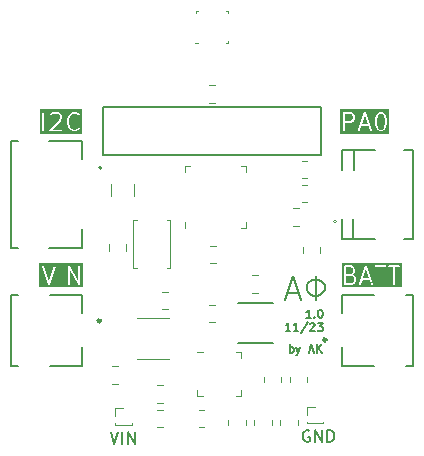
<source format=gbr>
%TF.GenerationSoftware,KiCad,Pcbnew,7.0.8*%
%TF.CreationDate,2023-11-19T15:13:28+01:00*%
%TF.ProjectId,AetherPhylax,41657468-6572-4506-9879-6c61782e6b69,rev?*%
%TF.SameCoordinates,Original*%
%TF.FileFunction,Legend,Top*%
%TF.FilePolarity,Positive*%
%FSLAX46Y46*%
G04 Gerber Fmt 4.6, Leading zero omitted, Abs format (unit mm)*
G04 Created by KiCad (PCBNEW 7.0.8) date 2023-11-19 15:13:28*
%MOMM*%
%LPD*%
G01*
G04 APERTURE LIST*
%ADD10C,0.150000*%
%ADD11C,0.120000*%
%ADD12C,0.100000*%
%ADD13C,0.127000*%
%ADD14C,0.300000*%
%ADD15C,0.200000*%
G04 APERTURE END LIST*
D10*
X159115350Y-88556533D02*
X159115350Y-87856533D01*
X159115350Y-88123200D02*
X159182017Y-88089866D01*
X159182017Y-88089866D02*
X159315350Y-88089866D01*
X159315350Y-88089866D02*
X159382017Y-88123200D01*
X159382017Y-88123200D02*
X159415350Y-88156533D01*
X159415350Y-88156533D02*
X159448684Y-88223200D01*
X159448684Y-88223200D02*
X159448684Y-88423200D01*
X159448684Y-88423200D02*
X159415350Y-88489866D01*
X159415350Y-88489866D02*
X159382017Y-88523200D01*
X159382017Y-88523200D02*
X159315350Y-88556533D01*
X159315350Y-88556533D02*
X159182017Y-88556533D01*
X159182017Y-88556533D02*
X159115350Y-88523200D01*
X159682017Y-88089866D02*
X159848683Y-88556533D01*
X160015350Y-88089866D02*
X159848683Y-88556533D01*
X159848683Y-88556533D02*
X159782017Y-88723200D01*
X159782017Y-88723200D02*
X159748683Y-88756533D01*
X159748683Y-88756533D02*
X159682017Y-88789866D01*
X160715349Y-88556533D02*
X160948683Y-87856533D01*
X160948683Y-87856533D02*
X161182016Y-88556533D01*
X161415349Y-88556533D02*
X161415349Y-87856533D01*
X161815349Y-88556533D02*
X161515349Y-88156533D01*
X161815349Y-87856533D02*
X161415349Y-88256533D01*
X143350000Y-67750000D02*
X161750000Y-67750000D01*
X161750000Y-71850000D01*
X143350000Y-71850000D01*
X143350000Y-67750000D01*
G36*
X167018542Y-68369196D02*
G01*
X167072759Y-68423412D01*
X167135061Y-68548017D01*
X167202255Y-68816791D01*
X167202255Y-69155465D01*
X167135061Y-69424238D01*
X167072758Y-69548844D01*
X167018542Y-69603060D01*
X166902407Y-69661128D01*
X166794960Y-69661128D01*
X166678824Y-69603060D01*
X166624607Y-69548843D01*
X166562304Y-69424237D01*
X166495112Y-69155466D01*
X166495112Y-68816790D01*
X166562304Y-68548018D01*
X166624607Y-68423412D01*
X166678824Y-68369196D01*
X166794960Y-68311128D01*
X166902407Y-68311128D01*
X167018542Y-68369196D01*
G37*
G36*
X165744627Y-69232557D02*
G01*
X165238455Y-69232557D01*
X165491541Y-68473298D01*
X165744627Y-69232557D01*
G37*
G36*
X164375685Y-68369196D02*
G01*
X164429902Y-68423412D01*
X164487969Y-68539546D01*
X164487969Y-68718423D01*
X164429901Y-68834558D01*
X164375685Y-68888774D01*
X164259550Y-68946842D01*
X163780826Y-68946842D01*
X163780826Y-68311128D01*
X164259550Y-68311128D01*
X164375685Y-68369196D01*
G37*
G36*
X167566541Y-70025414D02*
G01*
X163416540Y-70025414D01*
X163416540Y-69736128D01*
X163630826Y-69736128D01*
X163648373Y-69784337D01*
X163692802Y-69809989D01*
X163743326Y-69801080D01*
X163776303Y-69761780D01*
X163780826Y-69736128D01*
X163780826Y-69712411D01*
X164920390Y-69712411D01*
X164921791Y-69763695D01*
X164955828Y-69802080D01*
X165006577Y-69809605D01*
X165050289Y-69782750D01*
X165062692Y-69759845D01*
X165188455Y-69382557D01*
X165794627Y-69382557D01*
X165920390Y-69759845D01*
X165952281Y-69800031D01*
X166002542Y-69810317D01*
X166047656Y-69785888D01*
X166066513Y-69738177D01*
X166062692Y-69712411D01*
X165880122Y-69164700D01*
X166345112Y-69164700D01*
X166346297Y-69167957D01*
X166347351Y-69182890D01*
X166418779Y-69468604D01*
X166420767Y-69471548D01*
X166424458Y-69483955D01*
X166495887Y-69626812D01*
X166497076Y-69627937D01*
X166509936Y-69646304D01*
X166581365Y-69717733D01*
X166582846Y-69718423D01*
X166600857Y-69731782D01*
X166743714Y-69803210D01*
X166748167Y-69803722D01*
X166751603Y-69806605D01*
X166777255Y-69811128D01*
X166920112Y-69811128D01*
X166924325Y-69809594D01*
X166928686Y-69810636D01*
X166953653Y-69803210D01*
X167096510Y-69731782D01*
X167097635Y-69730592D01*
X167116002Y-69717733D01*
X167187431Y-69646304D01*
X167188121Y-69644822D01*
X167201480Y-69626812D01*
X167272908Y-69483955D01*
X167273314Y-69480426D01*
X167278587Y-69468604D01*
X167350016Y-69182891D01*
X167349655Y-69179442D01*
X167352255Y-69164700D01*
X167352255Y-68807557D01*
X167351069Y-68804299D01*
X167350016Y-68789366D01*
X167278587Y-68503652D01*
X167276598Y-68500708D01*
X167272908Y-68488301D01*
X167201480Y-68345444D01*
X167200292Y-68344319D01*
X167187431Y-68325952D01*
X167116002Y-68254524D01*
X167114520Y-68253833D01*
X167096510Y-68240475D01*
X166953653Y-68169046D01*
X166949199Y-68168533D01*
X166945764Y-68165651D01*
X166920112Y-68161128D01*
X166777255Y-68161128D01*
X166773041Y-68162661D01*
X166768680Y-68161620D01*
X166743714Y-68169046D01*
X166600857Y-68240475D01*
X166599733Y-68241661D01*
X166581365Y-68254524D01*
X166509936Y-68325952D01*
X166509244Y-68327433D01*
X166495887Y-68345444D01*
X166424458Y-68488301D01*
X166424051Y-68491829D01*
X166418779Y-68503652D01*
X166347351Y-68789367D01*
X166347711Y-68792815D01*
X166345112Y-68807557D01*
X166345112Y-69164700D01*
X165880122Y-69164700D01*
X165562692Y-68212411D01*
X165561349Y-68210719D01*
X165561291Y-68208561D01*
X165545541Y-68190799D01*
X165530801Y-68172225D01*
X165528687Y-68171792D01*
X165527254Y-68170176D01*
X165503775Y-68166694D01*
X165480540Y-68161939D01*
X165478641Y-68162966D01*
X165476505Y-68162650D01*
X165456277Y-68175077D01*
X165435426Y-68186368D01*
X165434632Y-68188374D01*
X165432793Y-68189505D01*
X165420390Y-68212411D01*
X164920390Y-69712411D01*
X163780826Y-69712411D01*
X163780826Y-69096842D01*
X164277255Y-69096842D01*
X164281468Y-69095308D01*
X164285829Y-69096350D01*
X164310796Y-69088924D01*
X164453653Y-69017496D01*
X164454778Y-69016306D01*
X164473145Y-69003447D01*
X164544574Y-68932018D01*
X164545264Y-68930536D01*
X164558623Y-68912526D01*
X164630051Y-68769669D01*
X164630563Y-68765215D01*
X164633446Y-68761780D01*
X164637969Y-68736128D01*
X164637969Y-68521842D01*
X164636435Y-68517629D01*
X164637478Y-68513268D01*
X164630051Y-68488301D01*
X164558623Y-68345444D01*
X164557435Y-68344319D01*
X164544574Y-68325952D01*
X164473145Y-68254524D01*
X164471663Y-68253833D01*
X164453653Y-68240475D01*
X164310796Y-68169046D01*
X164306342Y-68168533D01*
X164302907Y-68165651D01*
X164277255Y-68161128D01*
X163705826Y-68161128D01*
X163687517Y-68167791D01*
X163668326Y-68171176D01*
X163663975Y-68176360D01*
X163657617Y-68178675D01*
X163647874Y-68195548D01*
X163635349Y-68210476D01*
X163633631Y-68220218D01*
X163631965Y-68223104D01*
X163632543Y-68226386D01*
X163630826Y-68236128D01*
X163630826Y-69736128D01*
X163416540Y-69736128D01*
X163416540Y-67946842D01*
X167566541Y-67946842D01*
X167566541Y-70025414D01*
G37*
X160788095Y-95152438D02*
X160692857Y-95104819D01*
X160692857Y-95104819D02*
X160550000Y-95104819D01*
X160550000Y-95104819D02*
X160407143Y-95152438D01*
X160407143Y-95152438D02*
X160311905Y-95247676D01*
X160311905Y-95247676D02*
X160264286Y-95342914D01*
X160264286Y-95342914D02*
X160216667Y-95533390D01*
X160216667Y-95533390D02*
X160216667Y-95676247D01*
X160216667Y-95676247D02*
X160264286Y-95866723D01*
X160264286Y-95866723D02*
X160311905Y-95961961D01*
X160311905Y-95961961D02*
X160407143Y-96057200D01*
X160407143Y-96057200D02*
X160550000Y-96104819D01*
X160550000Y-96104819D02*
X160645238Y-96104819D01*
X160645238Y-96104819D02*
X160788095Y-96057200D01*
X160788095Y-96057200D02*
X160835714Y-96009580D01*
X160835714Y-96009580D02*
X160835714Y-95676247D01*
X160835714Y-95676247D02*
X160645238Y-95676247D01*
X161264286Y-96104819D02*
X161264286Y-95104819D01*
X161264286Y-95104819D02*
X161835714Y-96104819D01*
X161835714Y-96104819D02*
X161835714Y-95104819D01*
X162311905Y-96104819D02*
X162311905Y-95104819D01*
X162311905Y-95104819D02*
X162550000Y-95104819D01*
X162550000Y-95104819D02*
X162692857Y-95152438D01*
X162692857Y-95152438D02*
X162788095Y-95247676D01*
X162788095Y-95247676D02*
X162835714Y-95342914D01*
X162835714Y-95342914D02*
X162883333Y-95533390D01*
X162883333Y-95533390D02*
X162883333Y-95676247D01*
X162883333Y-95676247D02*
X162835714Y-95866723D01*
X162835714Y-95866723D02*
X162788095Y-95961961D01*
X162788095Y-95961961D02*
X162692857Y-96057200D01*
X162692857Y-96057200D02*
X162550000Y-96104819D01*
X162550000Y-96104819D02*
X162311905Y-96104819D01*
X143954762Y-95304819D02*
X144288095Y-96304819D01*
X144288095Y-96304819D02*
X144621428Y-95304819D01*
X144954762Y-96304819D02*
X144954762Y-95304819D01*
X145430952Y-96304819D02*
X145430952Y-95304819D01*
X145430952Y-95304819D02*
X146002380Y-96304819D01*
X146002380Y-96304819D02*
X146002380Y-95304819D01*
X160917982Y-85602533D02*
X160517982Y-85602533D01*
X160717982Y-85602533D02*
X160717982Y-84902533D01*
X160717982Y-84902533D02*
X160651315Y-85002533D01*
X160651315Y-85002533D02*
X160584649Y-85069200D01*
X160584649Y-85069200D02*
X160517982Y-85102533D01*
X161217982Y-85535866D02*
X161251316Y-85569200D01*
X161251316Y-85569200D02*
X161217982Y-85602533D01*
X161217982Y-85602533D02*
X161184649Y-85569200D01*
X161184649Y-85569200D02*
X161217982Y-85535866D01*
X161217982Y-85535866D02*
X161217982Y-85602533D01*
X161684649Y-84902533D02*
X161751315Y-84902533D01*
X161751315Y-84902533D02*
X161817982Y-84935866D01*
X161817982Y-84935866D02*
X161851315Y-84969200D01*
X161851315Y-84969200D02*
X161884649Y-85035866D01*
X161884649Y-85035866D02*
X161917982Y-85169200D01*
X161917982Y-85169200D02*
X161917982Y-85335866D01*
X161917982Y-85335866D02*
X161884649Y-85469200D01*
X161884649Y-85469200D02*
X161851315Y-85535866D01*
X161851315Y-85535866D02*
X161817982Y-85569200D01*
X161817982Y-85569200D02*
X161751315Y-85602533D01*
X161751315Y-85602533D02*
X161684649Y-85602533D01*
X161684649Y-85602533D02*
X161617982Y-85569200D01*
X161617982Y-85569200D02*
X161584649Y-85535866D01*
X161584649Y-85535866D02*
X161551315Y-85469200D01*
X161551315Y-85469200D02*
X161517982Y-85335866D01*
X161517982Y-85335866D02*
X161517982Y-85169200D01*
X161517982Y-85169200D02*
X161551315Y-85035866D01*
X161551315Y-85035866D02*
X161584649Y-84969200D01*
X161584649Y-84969200D02*
X161617982Y-84935866D01*
X161617982Y-84935866D02*
X161684649Y-84902533D01*
X159184648Y-86729533D02*
X158784648Y-86729533D01*
X158984648Y-86729533D02*
X158984648Y-86029533D01*
X158984648Y-86029533D02*
X158917981Y-86129533D01*
X158917981Y-86129533D02*
X158851315Y-86196200D01*
X158851315Y-86196200D02*
X158784648Y-86229533D01*
X159851315Y-86729533D02*
X159451315Y-86729533D01*
X159651315Y-86729533D02*
X159651315Y-86029533D01*
X159651315Y-86029533D02*
X159584648Y-86129533D01*
X159584648Y-86129533D02*
X159517982Y-86196200D01*
X159517982Y-86196200D02*
X159451315Y-86229533D01*
X160651315Y-85996200D02*
X160051315Y-86896200D01*
X160851315Y-86096200D02*
X160884648Y-86062866D01*
X160884648Y-86062866D02*
X160951315Y-86029533D01*
X160951315Y-86029533D02*
X161117982Y-86029533D01*
X161117982Y-86029533D02*
X161184648Y-86062866D01*
X161184648Y-86062866D02*
X161217982Y-86096200D01*
X161217982Y-86096200D02*
X161251315Y-86162866D01*
X161251315Y-86162866D02*
X161251315Y-86229533D01*
X161251315Y-86229533D02*
X161217982Y-86329533D01*
X161217982Y-86329533D02*
X160817982Y-86729533D01*
X160817982Y-86729533D02*
X161251315Y-86729533D01*
X161484649Y-86029533D02*
X161917982Y-86029533D01*
X161917982Y-86029533D02*
X161684649Y-86296200D01*
X161684649Y-86296200D02*
X161784649Y-86296200D01*
X161784649Y-86296200D02*
X161851315Y-86329533D01*
X161851315Y-86329533D02*
X161884649Y-86362866D01*
X161884649Y-86362866D02*
X161917982Y-86429533D01*
X161917982Y-86429533D02*
X161917982Y-86596200D01*
X161917982Y-86596200D02*
X161884649Y-86662866D01*
X161884649Y-86662866D02*
X161851315Y-86696200D01*
X161851315Y-86696200D02*
X161784649Y-86729533D01*
X161784649Y-86729533D02*
X161584649Y-86729533D01*
X161584649Y-86729533D02*
X161517982Y-86696200D01*
X161517982Y-86696200D02*
X161484649Y-86662866D01*
X158929636Y-83526009D02*
X159882017Y-83526009D01*
X158739160Y-84097438D02*
X159405826Y-82097438D01*
X159405826Y-82097438D02*
X160072493Y-84097438D01*
X161310589Y-84097438D02*
X161310589Y-82097438D01*
X161120112Y-82383152D02*
X161501065Y-82383152D01*
X161501065Y-82383152D02*
X161786779Y-82478390D01*
X161786779Y-82478390D02*
X161977255Y-82668866D01*
X161977255Y-82668866D02*
X162072493Y-82859342D01*
X162072493Y-82859342D02*
X162072493Y-83240295D01*
X162072493Y-83240295D02*
X161977255Y-83430771D01*
X161977255Y-83430771D02*
X161786779Y-83621247D01*
X161786779Y-83621247D02*
X161501065Y-83716485D01*
X161501065Y-83716485D02*
X161120112Y-83716485D01*
X161120112Y-83716485D02*
X160834398Y-83621247D01*
X160834398Y-83621247D02*
X160643922Y-83430771D01*
X160643922Y-83430771D02*
X160548684Y-83240295D01*
X160548684Y-83240295D02*
X160548684Y-82859342D01*
X160548684Y-82859342D02*
X160643922Y-82668866D01*
X160643922Y-82668866D02*
X160834398Y-82478390D01*
X160834398Y-82478390D02*
X161120112Y-82383152D01*
G36*
X164479598Y-82087394D02*
G01*
X164529901Y-82137697D01*
X164587969Y-82253832D01*
X164587969Y-82432709D01*
X164529901Y-82548844D01*
X164475685Y-82603060D01*
X164359550Y-82661128D01*
X163880826Y-82661128D01*
X163880826Y-82025414D01*
X164293656Y-82025414D01*
X164479598Y-82087394D01*
G37*
G36*
X164404257Y-81369196D02*
G01*
X164458473Y-81423412D01*
X164516541Y-81539547D01*
X164516541Y-81646994D01*
X164458473Y-81763129D01*
X164404257Y-81817346D01*
X164288121Y-81875414D01*
X163880826Y-81875414D01*
X163880826Y-81311128D01*
X164288121Y-81311128D01*
X164404257Y-81369196D01*
G37*
G36*
X165844627Y-82232557D02*
G01*
X165338455Y-82232557D01*
X165591541Y-81473298D01*
X165844627Y-82232557D01*
G37*
G36*
X168665402Y-83025414D02*
G01*
X163516540Y-83025414D01*
X163516540Y-82736128D01*
X163730826Y-82736128D01*
X163737489Y-82754436D01*
X163740874Y-82773628D01*
X163746058Y-82777978D01*
X163748373Y-82784337D01*
X163765246Y-82794079D01*
X163780174Y-82806605D01*
X163789916Y-82808322D01*
X163792802Y-82809989D01*
X163796084Y-82809410D01*
X163805826Y-82811128D01*
X164377255Y-82811128D01*
X164381468Y-82809594D01*
X164385829Y-82810636D01*
X164410796Y-82803210D01*
X164553653Y-82731782D01*
X164554778Y-82730592D01*
X164573145Y-82717733D01*
X164578467Y-82712411D01*
X165020390Y-82712411D01*
X165021791Y-82763695D01*
X165055828Y-82802080D01*
X165106577Y-82809605D01*
X165150289Y-82782750D01*
X165162692Y-82759845D01*
X165288455Y-82382557D01*
X165894627Y-82382557D01*
X166020390Y-82759845D01*
X166052281Y-82800031D01*
X166102542Y-82810317D01*
X166147656Y-82785888D01*
X166166513Y-82738177D01*
X166162692Y-82712411D01*
X165666256Y-81223104D01*
X166303394Y-81223104D01*
X166312303Y-81273628D01*
X166351603Y-81306605D01*
X166377255Y-81311128D01*
X166730826Y-81311128D01*
X166730826Y-82736128D01*
X166748373Y-82784337D01*
X166792802Y-82809989D01*
X166843326Y-82801080D01*
X166876303Y-82761780D01*
X166880826Y-82736128D01*
X166880826Y-81311128D01*
X167234398Y-81311128D01*
X167282607Y-81293581D01*
X167308259Y-81249152D01*
X167303666Y-81223104D01*
X167446251Y-81223104D01*
X167455160Y-81273628D01*
X167494460Y-81306605D01*
X167520112Y-81311128D01*
X167873683Y-81311128D01*
X167873683Y-82736128D01*
X167891230Y-82784337D01*
X167935659Y-82809989D01*
X167986183Y-82801080D01*
X168019160Y-82761780D01*
X168023683Y-82736128D01*
X168023683Y-81311128D01*
X168377255Y-81311128D01*
X168425464Y-81293581D01*
X168451116Y-81249152D01*
X168442207Y-81198628D01*
X168402907Y-81165651D01*
X168377255Y-81161128D01*
X167520112Y-81161128D01*
X167471903Y-81178675D01*
X167446251Y-81223104D01*
X167303666Y-81223104D01*
X167299350Y-81198628D01*
X167260050Y-81165651D01*
X167234398Y-81161128D01*
X166377255Y-81161128D01*
X166329046Y-81178675D01*
X166303394Y-81223104D01*
X165666256Y-81223104D01*
X165662692Y-81212411D01*
X165661349Y-81210719D01*
X165661291Y-81208561D01*
X165645541Y-81190799D01*
X165630801Y-81172225D01*
X165628687Y-81171792D01*
X165627254Y-81170176D01*
X165603775Y-81166694D01*
X165580540Y-81161939D01*
X165578641Y-81162966D01*
X165576505Y-81162650D01*
X165556277Y-81175077D01*
X165535426Y-81186368D01*
X165534632Y-81188374D01*
X165532793Y-81189505D01*
X165520390Y-81212411D01*
X165020390Y-82712411D01*
X164578467Y-82712411D01*
X164644574Y-82646304D01*
X164645264Y-82644822D01*
X164658623Y-82626812D01*
X164730051Y-82483955D01*
X164730563Y-82479501D01*
X164733446Y-82476066D01*
X164737969Y-82450414D01*
X164737969Y-82236128D01*
X164736435Y-82231915D01*
X164737478Y-82227554D01*
X164730051Y-82202587D01*
X164658623Y-82059730D01*
X164657436Y-82058606D01*
X164644574Y-82040238D01*
X164573145Y-81968809D01*
X164569081Y-81966914D01*
X164566734Y-81963093D01*
X164543829Y-81950691D01*
X164497231Y-81935158D01*
X164501717Y-81932018D01*
X164573145Y-81860590D01*
X164573837Y-81859104D01*
X164587194Y-81841098D01*
X164658623Y-81698241D01*
X164659135Y-81693787D01*
X164662018Y-81690352D01*
X164666541Y-81664700D01*
X164666541Y-81521842D01*
X164665007Y-81517628D01*
X164666049Y-81513267D01*
X164658623Y-81488301D01*
X164587194Y-81345444D01*
X164586004Y-81344318D01*
X164573145Y-81325952D01*
X164501717Y-81254524D01*
X164500235Y-81253833D01*
X164482225Y-81240475D01*
X164339367Y-81169046D01*
X164334913Y-81168533D01*
X164331478Y-81165651D01*
X164305826Y-81161128D01*
X163805826Y-81161128D01*
X163787517Y-81167791D01*
X163768326Y-81171176D01*
X163763975Y-81176360D01*
X163757617Y-81178675D01*
X163747874Y-81195548D01*
X163735349Y-81210476D01*
X163733631Y-81220218D01*
X163731965Y-81223104D01*
X163732543Y-81226386D01*
X163730826Y-81236128D01*
X163730826Y-82736128D01*
X163516540Y-82736128D01*
X163516540Y-80946842D01*
X168665402Y-80946842D01*
X168665402Y-83025414D01*
G37*
G36*
X141554601Y-70025414D02*
G01*
X137976315Y-70025414D01*
X137976315Y-69736128D01*
X138190601Y-69736128D01*
X138208148Y-69784337D01*
X138252577Y-69809989D01*
X138303101Y-69801080D01*
X138336078Y-69761780D01*
X138340601Y-69736128D01*
X138340601Y-69729592D01*
X138762316Y-69729592D01*
X138768157Y-69751394D01*
X138772078Y-69773628D01*
X138774705Y-69775832D01*
X138775593Y-69779146D01*
X138794084Y-69792094D01*
X138811378Y-69806605D01*
X138815962Y-69807413D01*
X138817619Y-69808573D01*
X138820907Y-69808285D01*
X138837030Y-69811128D01*
X139765602Y-69811128D01*
X139813811Y-69793581D01*
X139839463Y-69749152D01*
X139830554Y-69698628D01*
X139791254Y-69665651D01*
X139765602Y-69661128D01*
X139018096Y-69661128D01*
X139585953Y-69093271D01*
X140262030Y-69093271D01*
X140263215Y-69096528D01*
X140264269Y-69111461D01*
X140335697Y-69397175D01*
X140337685Y-69400119D01*
X140341376Y-69412526D01*
X140412805Y-69555383D01*
X140413991Y-69556506D01*
X140426854Y-69574875D01*
X140569711Y-69717733D01*
X140573774Y-69719627D01*
X140576122Y-69723449D01*
X140599027Y-69735851D01*
X140813313Y-69807279D01*
X140814947Y-69807234D01*
X140837030Y-69811128D01*
X140979887Y-69811128D01*
X140981425Y-69810567D01*
X141003604Y-69807279D01*
X141217890Y-69735851D01*
X141221401Y-69733063D01*
X141225870Y-69732673D01*
X141247206Y-69717733D01*
X141318634Y-69646304D01*
X141340315Y-69599807D01*
X141327038Y-69550252D01*
X141285012Y-69520826D01*
X141233904Y-69525298D01*
X141212568Y-69540238D01*
X141153658Y-69599148D01*
X140967717Y-69661128D01*
X140849200Y-69661128D01*
X140663258Y-69599147D01*
X140541525Y-69477415D01*
X140479222Y-69352808D01*
X140412030Y-69084037D01*
X140412030Y-68888218D01*
X140479222Y-68619447D01*
X140541525Y-68494841D01*
X140663258Y-68373108D01*
X140849200Y-68311128D01*
X140967717Y-68311128D01*
X141153659Y-68373109D01*
X141212568Y-68432018D01*
X141259064Y-68453699D01*
X141308619Y-68440422D01*
X141338045Y-68398396D01*
X141333574Y-68347289D01*
X141318634Y-68325952D01*
X141247206Y-68254524D01*
X141243142Y-68252629D01*
X141240795Y-68248808D01*
X141217890Y-68236406D01*
X141003604Y-68164977D01*
X141001969Y-68165021D01*
X140979887Y-68161128D01*
X140837030Y-68161128D01*
X140835492Y-68161687D01*
X140813312Y-68164977D01*
X140599027Y-68236406D01*
X140595514Y-68239193D01*
X140591048Y-68239584D01*
X140569711Y-68254524D01*
X140426854Y-68397381D01*
X140426163Y-68398862D01*
X140412805Y-68416873D01*
X140341376Y-68559730D01*
X140340969Y-68563258D01*
X140335697Y-68575081D01*
X140264269Y-68860795D01*
X140264629Y-68864243D01*
X140262030Y-68878985D01*
X140262030Y-69093271D01*
X139585953Y-69093271D01*
X139747206Y-68932018D01*
X139749100Y-68927955D01*
X139752921Y-68925608D01*
X139765324Y-68902702D01*
X139836753Y-68688418D01*
X139836708Y-68686782D01*
X139840602Y-68664700D01*
X139840602Y-68521842D01*
X139839068Y-68517628D01*
X139840110Y-68513267D01*
X139832684Y-68488301D01*
X139761255Y-68345444D01*
X139760065Y-68344318D01*
X139747206Y-68325952D01*
X139675778Y-68254524D01*
X139674296Y-68253833D01*
X139656286Y-68240475D01*
X139513428Y-68169046D01*
X139508974Y-68168533D01*
X139505539Y-68165651D01*
X139479887Y-68161128D01*
X139122745Y-68161128D01*
X139118531Y-68162661D01*
X139114170Y-68161620D01*
X139089204Y-68169046D01*
X138946346Y-68240475D01*
X138945220Y-68241664D01*
X138926854Y-68254524D01*
X138855426Y-68325952D01*
X138833745Y-68372449D01*
X138847022Y-68422003D01*
X138889048Y-68451430D01*
X138940155Y-68446958D01*
X138961492Y-68432018D01*
X139024314Y-68369196D01*
X139140450Y-68311128D01*
X139462182Y-68311128D01*
X139578318Y-68369196D01*
X139632534Y-68423412D01*
X139690602Y-68539547D01*
X139690602Y-68652529D01*
X139628621Y-68838470D01*
X138783997Y-69683095D01*
X138774459Y-69703548D01*
X138763169Y-69723104D01*
X138763765Y-69726484D01*
X138762316Y-69729592D01*
X138340601Y-69729592D01*
X138340601Y-68236128D01*
X138323054Y-68187919D01*
X138278625Y-68162267D01*
X138228101Y-68171176D01*
X138195124Y-68210476D01*
X138190601Y-68236128D01*
X138190601Y-69736128D01*
X137976315Y-69736128D01*
X137976315Y-67946842D01*
X141554601Y-67946842D01*
X141554601Y-70025414D01*
G37*
G36*
X141583458Y-83024603D02*
G01*
X137933486Y-83024603D01*
X137933486Y-81234079D01*
X138147772Y-81234079D01*
X138151593Y-81259845D01*
X138651593Y-82759845D01*
X138652935Y-82761536D01*
X138652994Y-82763695D01*
X138668743Y-82781456D01*
X138683484Y-82800031D01*
X138685597Y-82800463D01*
X138687031Y-82802080D01*
X138710501Y-82805560D01*
X138733745Y-82810317D01*
X138735644Y-82809288D01*
X138737780Y-82809605D01*
X138757993Y-82797186D01*
X138778859Y-82785888D01*
X138779652Y-82783880D01*
X138781492Y-82782750D01*
X138793895Y-82759845D01*
X138801801Y-82736128D01*
X139647743Y-82736128D01*
X139665290Y-82784337D01*
X139709719Y-82809989D01*
X139760243Y-82801080D01*
X139793220Y-82761780D01*
X139797743Y-82736128D01*
X140362029Y-82736128D01*
X140379576Y-82784337D01*
X140424005Y-82809989D01*
X140474529Y-82801080D01*
X140507506Y-82761780D01*
X140512029Y-82736128D01*
X140512029Y-81518544D01*
X141229054Y-82773339D01*
X141234347Y-82777820D01*
X141236719Y-82784337D01*
X141253456Y-82794000D01*
X141268207Y-82806490D01*
X141275141Y-82806520D01*
X141281148Y-82809989D01*
X141300181Y-82806632D01*
X141319509Y-82806719D01*
X141324842Y-82802284D01*
X141331672Y-82801080D01*
X141344096Y-82786273D01*
X141358956Y-82773917D01*
X141360190Y-82767093D01*
X141364649Y-82761780D01*
X141369172Y-82736128D01*
X141369172Y-81236128D01*
X141351625Y-81187919D01*
X141307196Y-81162267D01*
X141256672Y-81171176D01*
X141223695Y-81210476D01*
X141219172Y-81236128D01*
X141219172Y-82453711D01*
X140502147Y-81198918D01*
X140496854Y-81194436D01*
X140494482Y-81187919D01*
X140477742Y-81178254D01*
X140462994Y-81165766D01*
X140456059Y-81165735D01*
X140450053Y-81162267D01*
X140431019Y-81165623D01*
X140411692Y-81165537D01*
X140406358Y-81169971D01*
X140399529Y-81171176D01*
X140387104Y-81185982D01*
X140372245Y-81198339D01*
X140371010Y-81205162D01*
X140366552Y-81210476D01*
X140362029Y-81236128D01*
X140362029Y-82736128D01*
X139797743Y-82736128D01*
X139797743Y-81236128D01*
X139780196Y-81187919D01*
X139735767Y-81162267D01*
X139685243Y-81171176D01*
X139652266Y-81210476D01*
X139647743Y-81236128D01*
X139647743Y-82736128D01*
X138801801Y-82736128D01*
X139293895Y-81259845D01*
X139292494Y-81208561D01*
X139258457Y-81170176D01*
X139207708Y-81162650D01*
X139163996Y-81189505D01*
X139151593Y-81212411D01*
X138722744Y-82498958D01*
X138293895Y-81212411D01*
X138262004Y-81172225D01*
X138211743Y-81161939D01*
X138166629Y-81186368D01*
X138147772Y-81234079D01*
X137933486Y-81234079D01*
X137933486Y-80947653D01*
X141583458Y-80947653D01*
X141583458Y-83024603D01*
G37*
D11*
%TO.C,J1*%
X144355000Y-93265000D02*
X145050000Y-93265000D01*
X144355000Y-93950000D02*
X144355000Y-93265000D01*
X144355000Y-94635000D02*
X144355000Y-94510000D01*
X144355000Y-94635000D02*
X144441724Y-94635000D01*
X144355000Y-94635000D02*
X145745000Y-94635000D01*
X145658276Y-94635000D02*
X145745000Y-94635000D01*
X145745000Y-94635000D02*
X145745000Y-94510000D01*
%TO.C,U1*%
X151290000Y-92210000D02*
X151290000Y-91735000D01*
X151765000Y-88490000D02*
X151290000Y-88490000D01*
X151765000Y-92210000D02*
X151290000Y-92210000D01*
X154535000Y-88490000D02*
X155010000Y-88490000D01*
X154535000Y-92210000D02*
X155010000Y-92210000D01*
X155010000Y-88490000D02*
X155010000Y-88965000D01*
X155010000Y-92210000D02*
X155010000Y-91735000D01*
D12*
%TO.C,U2*%
X151350000Y-62325000D02*
X151100000Y-62325000D01*
X153900000Y-62325000D02*
X153750000Y-62325000D01*
X153910000Y-62325000D02*
X153910000Y-62175000D01*
X151200000Y-59775000D02*
X151200000Y-59625000D01*
X151200000Y-59625000D02*
X151350000Y-59625000D01*
X153900000Y-59625000D02*
X153900000Y-59775000D01*
X153900000Y-59625000D02*
X153750000Y-59625000D01*
D11*
%TO.C,COUT1*%
X156411252Y-83485000D02*
X155888748Y-83485000D01*
X156411252Y-82015000D02*
X155888748Y-82015000D01*
D13*
%TO.C,BATT1*%
X163550000Y-89650000D02*
X166250000Y-89650000D01*
X168950000Y-89650000D02*
X169550000Y-89650000D01*
X169550000Y-89650000D02*
X169550000Y-83650000D01*
X163550000Y-88100000D02*
X163550000Y-89650000D01*
X163550000Y-85200000D02*
X163550000Y-83650000D01*
X163550000Y-83650000D02*
X166250000Y-83650000D01*
X169550000Y-83650000D02*
X168950000Y-83650000D01*
D14*
X162200000Y-87450000D02*
G75*
G03*
X162200000Y-87450000I-100000J0D01*
G01*
D11*
%TO.C,J2*%
X160555000Y-93165000D02*
X161250000Y-93165000D01*
X160555000Y-93850000D02*
X160555000Y-93165000D01*
X160555000Y-94535000D02*
X160555000Y-94410000D01*
X160555000Y-94535000D02*
X160641724Y-94535000D01*
X160555000Y-94535000D02*
X161945000Y-94535000D01*
X161858276Y-94535000D02*
X161945000Y-94535000D01*
X161945000Y-94535000D02*
X161945000Y-94410000D01*
%TO.C,CSTOR1*%
X148811252Y-84885000D02*
X148288748Y-84885000D01*
X148811252Y-83415000D02*
X148288748Y-83415000D01*
%TO.C,ROV2*%
X151877064Y-94885000D02*
X151422936Y-94885000D01*
X151877064Y-93415000D02*
X151422936Y-93415000D01*
%TO.C,ROK2*%
X156115000Y-94677064D02*
X156115000Y-94222936D01*
X157585000Y-94677064D02*
X157585000Y-94222936D01*
%TO.C,CBYP1*%
X152288748Y-84515000D02*
X152811252Y-84515000D01*
X152288748Y-85985000D02*
X152811252Y-85985000D01*
%TO.C,ROUT1*%
X159115000Y-91077064D02*
X159115000Y-90622936D01*
X160585000Y-91077064D02*
X160585000Y-90622936D01*
%TO.C,R6*%
X160122936Y-74315000D02*
X160577064Y-74315000D01*
X160122936Y-75785000D02*
X160577064Y-75785000D01*
%TO.C,RST1*%
X149020000Y-77280000D02*
X149020000Y-81420000D01*
X148720000Y-77280000D02*
X149020000Y-77280000D01*
X145880000Y-77280000D02*
X146180000Y-77280000D01*
X149020000Y-81420000D02*
X148720000Y-81420000D01*
X146180000Y-81420000D02*
X145880000Y-81420000D01*
X145880000Y-81420000D02*
X145880000Y-77280000D01*
%TO.C,C1*%
X152388748Y-79515000D02*
X152911252Y-79515000D01*
X152388748Y-80985000D02*
X152911252Y-80985000D01*
%TO.C,RN1*%
X145920000Y-75250000D02*
X145920000Y-74250000D01*
X143980000Y-75250000D02*
X143980000Y-74250000D01*
%TO.C,ROK1*%
X156915000Y-91077064D02*
X156915000Y-90622936D01*
X158385000Y-91077064D02*
X158385000Y-90622936D01*
D13*
%TO.C,I2C1*%
X141512500Y-70650000D02*
X138772500Y-70650000D01*
X136152500Y-70650000D02*
X135512500Y-70650000D01*
X135512500Y-70650000D02*
X135512500Y-79650000D01*
X141512500Y-72180000D02*
X141512500Y-70650000D01*
X141512500Y-78120000D02*
X141512500Y-79650000D01*
X141512500Y-79650000D02*
X138772500Y-79650000D01*
X135512500Y-79650000D02*
X136152500Y-79650000D01*
D15*
X143162500Y-72900000D02*
G75*
G03*
X143162500Y-72900000I-100000J0D01*
G01*
D11*
%TO.C,C2*%
X152811252Y-67385000D02*
X152288748Y-67385000D01*
X152811252Y-65915000D02*
X152288748Y-65915000D01*
D13*
%TO.C,VIN1*%
X141550000Y-83650000D02*
X138850000Y-83650000D01*
X136150000Y-83650000D02*
X135550000Y-83650000D01*
X135550000Y-83650000D02*
X135550000Y-89650000D01*
X141550000Y-85200000D02*
X141550000Y-83650000D01*
X141550000Y-88100000D02*
X141550000Y-89650000D01*
X141550000Y-89650000D02*
X138850000Y-89650000D01*
X135550000Y-89650000D02*
X136150000Y-89650000D01*
D14*
X143100000Y-85850000D02*
G75*
G03*
X143100000Y-85850000I-100000J0D01*
G01*
D11*
%TO.C,R4*%
X160215000Y-80077064D02*
X160215000Y-79622936D01*
X161685000Y-80077064D02*
X161685000Y-79622936D01*
%TO.C,U3*%
X155460000Y-77960000D02*
X154985000Y-77960000D01*
X150240000Y-77485000D02*
X150240000Y-77960000D01*
X155460000Y-77485000D02*
X155460000Y-77960000D01*
X150240000Y-73215000D02*
X150240000Y-72740000D01*
X155460000Y-73215000D02*
X155460000Y-72740000D01*
X150240000Y-72740000D02*
X150715000Y-72740000D01*
X155460000Y-72740000D02*
X154985000Y-72740000D01*
%TO.C,ROK3*%
X153915000Y-94677064D02*
X153915000Y-94222936D01*
X155385000Y-94677064D02*
X155385000Y-94222936D01*
D13*
%TO.C,L2*%
X154750000Y-84380000D02*
X157750000Y-84380000D01*
X154750000Y-87720000D02*
X157750000Y-87720000D01*
D11*
%TO.C,ROV1*%
X148377064Y-94885000D02*
X147922936Y-94885000D01*
X148377064Y-93415000D02*
X147922936Y-93415000D01*
%TO.C,C3*%
X145285000Y-79388748D02*
X145285000Y-79911252D01*
X143815000Y-79388748D02*
X143815000Y-79911252D01*
%TO.C,L1*%
X146163748Y-85640000D02*
X148936252Y-85640000D01*
X146163748Y-89060000D02*
X148936252Y-89060000D01*
%TO.C,R3*%
X159422936Y-76315000D02*
X159877064Y-76315000D01*
X159422936Y-77785000D02*
X159877064Y-77785000D01*
%TO.C,CREF1*%
X148411252Y-92785000D02*
X147888748Y-92785000D01*
X148411252Y-91315000D02*
X147888748Y-91315000D01*
%TO.C,ROUT2*%
X158315000Y-94677064D02*
X158315000Y-94222936D01*
X159785000Y-94677064D02*
X159785000Y-94222936D01*
%TO.C,CIN1*%
X144611252Y-91185000D02*
X144088748Y-91185000D01*
X144611252Y-89715000D02*
X144088748Y-89715000D01*
%TO.C,R5*%
X160122936Y-72315000D02*
X160577064Y-72315000D01*
X160122936Y-73785000D02*
X160577064Y-73785000D01*
D13*
%TO.C,PA1*%
X169527540Y-71400700D02*
X169522460Y-78899300D01*
X168777540Y-71400700D02*
X169527540Y-71400700D01*
X164527540Y-71400700D02*
X166377540Y-71400700D01*
X164527540Y-71400700D02*
X164527540Y-73050700D01*
X163527540Y-71400700D02*
X164527540Y-71400700D01*
X163527540Y-73050700D02*
X163527540Y-71400700D01*
X164522462Y-77249300D02*
X164522462Y-78899300D01*
X169522460Y-78899300D02*
X168772460Y-78899300D01*
X166372460Y-78899300D02*
X164522462Y-78899300D01*
X164522462Y-78899300D02*
X163522462Y-78899300D01*
X163522462Y-78899300D02*
X163522462Y-77249300D01*
D12*
X163099460Y-77449300D02*
G75*
G03*
X163099460Y-77449300I-127000J0D01*
G01*
%TD*%
M02*

</source>
